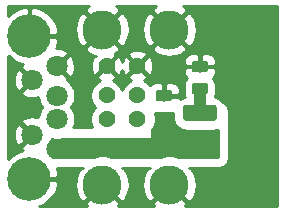
<source format=gbr>
G04 #@! TF.GenerationSoftware,KiCad,Pcbnew,(5.0.2)-1*
G04 #@! TF.CreationDate,2019-08-18T16:28:34-04:00*
G04 #@! TF.ProjectId,stacked_model3_usb,73746163-6b65-4645-9f6d-6f64656c335f,rev?*
G04 #@! TF.SameCoordinates,Original*
G04 #@! TF.FileFunction,Copper,L2,Bot*
G04 #@! TF.FilePolarity,Positive*
%FSLAX46Y46*%
G04 Gerber Fmt 4.6, Leading zero omitted, Abs format (unit mm)*
G04 Created by KiCad (PCBNEW (5.0.2)-1) date 2019-08-18 4:28:34 PM*
%MOMM*%
%LPD*%
G01*
G04 APERTURE LIST*
G04 #@! TA.AperFunction,Conductor*
%ADD10C,0.100000*%
G04 #@! TD*
G04 #@! TA.AperFunction,SMDPad,CuDef*
%ADD11C,0.975000*%
G04 #@! TD*
G04 #@! TA.AperFunction,SMDPad,CuDef*
%ADD12C,1.250000*%
G04 #@! TD*
G04 #@! TA.AperFunction,SMDPad,CuDef*
%ADD13C,1.350000*%
G04 #@! TD*
G04 #@! TA.AperFunction,ComponentPad*
%ADD14O,3.700000X3.700000*%
G04 #@! TD*
G04 #@! TA.AperFunction,ComponentPad*
%ADD15C,1.800000*%
G04 #@! TD*
G04 #@! TA.AperFunction,ComponentPad*
%ADD16C,3.316000*%
G04 #@! TD*
G04 #@! TA.AperFunction,ComponentPad*
%ADD17R,1.428000X1.428000*%
G04 #@! TD*
G04 #@! TA.AperFunction,ComponentPad*
%ADD18C,1.428000*%
G04 #@! TD*
G04 #@! TA.AperFunction,ViaPad*
%ADD19C,1.400000*%
G04 #@! TD*
G04 #@! TA.AperFunction,Conductor*
%ADD20C,1.000000*%
G04 #@! TD*
G04 #@! TA.AperFunction,Conductor*
%ADD21C,0.254000*%
G04 #@! TD*
G04 APERTURE END LIST*
D10*
G04 #@! TO.N,+5V*
G04 #@! TO.C,C1*
G36*
X133576142Y-83684674D02*
X133599803Y-83688184D01*
X133623007Y-83693996D01*
X133645529Y-83702054D01*
X133667153Y-83712282D01*
X133687670Y-83724579D01*
X133706883Y-83738829D01*
X133724607Y-83754893D01*
X133740671Y-83772617D01*
X133754921Y-83791830D01*
X133767218Y-83812347D01*
X133777446Y-83833971D01*
X133785504Y-83856493D01*
X133791316Y-83879697D01*
X133794826Y-83903358D01*
X133796000Y-83927250D01*
X133796000Y-84414750D01*
X133794826Y-84438642D01*
X133791316Y-84462303D01*
X133785504Y-84485507D01*
X133777446Y-84508029D01*
X133767218Y-84529653D01*
X133754921Y-84550170D01*
X133740671Y-84569383D01*
X133724607Y-84587107D01*
X133706883Y-84603171D01*
X133687670Y-84617421D01*
X133667153Y-84629718D01*
X133645529Y-84639946D01*
X133623007Y-84648004D01*
X133599803Y-84653816D01*
X133576142Y-84657326D01*
X133552250Y-84658500D01*
X132639750Y-84658500D01*
X132615858Y-84657326D01*
X132592197Y-84653816D01*
X132568993Y-84648004D01*
X132546471Y-84639946D01*
X132524847Y-84629718D01*
X132504330Y-84617421D01*
X132485117Y-84603171D01*
X132467393Y-84587107D01*
X132451329Y-84569383D01*
X132437079Y-84550170D01*
X132424782Y-84529653D01*
X132414554Y-84508029D01*
X132406496Y-84485507D01*
X132400684Y-84462303D01*
X132397174Y-84438642D01*
X132396000Y-84414750D01*
X132396000Y-83927250D01*
X132397174Y-83903358D01*
X132400684Y-83879697D01*
X132406496Y-83856493D01*
X132414554Y-83833971D01*
X132424782Y-83812347D01*
X132437079Y-83791830D01*
X132451329Y-83772617D01*
X132467393Y-83754893D01*
X132485117Y-83738829D01*
X132504330Y-83724579D01*
X132524847Y-83712282D01*
X132546471Y-83702054D01*
X132568993Y-83693996D01*
X132592197Y-83688184D01*
X132615858Y-83684674D01*
X132639750Y-83683500D01*
X133552250Y-83683500D01*
X133576142Y-83684674D01*
X133576142Y-83684674D01*
G37*
D11*
G04 #@! TD*
G04 #@! TO.P,C1,1*
G04 #@! TO.N,+5V*
X133096000Y-84171000D03*
D10*
G04 #@! TO.N,GND*
G04 #@! TO.C,C1*
G36*
X133576142Y-81809674D02*
X133599803Y-81813184D01*
X133623007Y-81818996D01*
X133645529Y-81827054D01*
X133667153Y-81837282D01*
X133687670Y-81849579D01*
X133706883Y-81863829D01*
X133724607Y-81879893D01*
X133740671Y-81897617D01*
X133754921Y-81916830D01*
X133767218Y-81937347D01*
X133777446Y-81958971D01*
X133785504Y-81981493D01*
X133791316Y-82004697D01*
X133794826Y-82028358D01*
X133796000Y-82052250D01*
X133796000Y-82539750D01*
X133794826Y-82563642D01*
X133791316Y-82587303D01*
X133785504Y-82610507D01*
X133777446Y-82633029D01*
X133767218Y-82654653D01*
X133754921Y-82675170D01*
X133740671Y-82694383D01*
X133724607Y-82712107D01*
X133706883Y-82728171D01*
X133687670Y-82742421D01*
X133667153Y-82754718D01*
X133645529Y-82764946D01*
X133623007Y-82773004D01*
X133599803Y-82778816D01*
X133576142Y-82782326D01*
X133552250Y-82783500D01*
X132639750Y-82783500D01*
X132615858Y-82782326D01*
X132592197Y-82778816D01*
X132568993Y-82773004D01*
X132546471Y-82764946D01*
X132524847Y-82754718D01*
X132504330Y-82742421D01*
X132485117Y-82728171D01*
X132467393Y-82712107D01*
X132451329Y-82694383D01*
X132437079Y-82675170D01*
X132424782Y-82654653D01*
X132414554Y-82633029D01*
X132406496Y-82610507D01*
X132400684Y-82587303D01*
X132397174Y-82563642D01*
X132396000Y-82539750D01*
X132396000Y-82052250D01*
X132397174Y-82028358D01*
X132400684Y-82004697D01*
X132406496Y-81981493D01*
X132414554Y-81958971D01*
X132424782Y-81937347D01*
X132437079Y-81916830D01*
X132451329Y-81897617D01*
X132467393Y-81879893D01*
X132485117Y-81863829D01*
X132504330Y-81849579D01*
X132524847Y-81837282D01*
X132546471Y-81827054D01*
X132568993Y-81818996D01*
X132592197Y-81813184D01*
X132615858Y-81809674D01*
X132639750Y-81808500D01*
X133552250Y-81808500D01*
X133576142Y-81809674D01*
X133576142Y-81809674D01*
G37*
D11*
G04 #@! TD*
G04 #@! TO.P,C1,2*
G04 #@! TO.N,GND*
X133096000Y-82296000D03*
D10*
G04 #@! TO.N,+5V*
G04 #@! TO.C,C2*
G36*
X137243504Y-85917704D02*
X137267773Y-85921304D01*
X137291571Y-85927265D01*
X137314671Y-85935530D01*
X137336849Y-85946020D01*
X137357893Y-85958633D01*
X137377598Y-85973247D01*
X137395777Y-85989723D01*
X137412253Y-86007902D01*
X137426867Y-86027607D01*
X137439480Y-86048651D01*
X137449970Y-86070829D01*
X137458235Y-86093929D01*
X137464196Y-86117727D01*
X137467796Y-86141996D01*
X137469000Y-86166500D01*
X137469000Y-86916500D01*
X137467796Y-86941004D01*
X137464196Y-86965273D01*
X137458235Y-86989071D01*
X137449970Y-87012171D01*
X137439480Y-87034349D01*
X137426867Y-87055393D01*
X137412253Y-87075098D01*
X137395777Y-87093277D01*
X137377598Y-87109753D01*
X137357893Y-87124367D01*
X137336849Y-87136980D01*
X137314671Y-87147470D01*
X137291571Y-87155735D01*
X137267773Y-87161696D01*
X137243504Y-87165296D01*
X137219000Y-87166500D01*
X135069000Y-87166500D01*
X135044496Y-87165296D01*
X135020227Y-87161696D01*
X134996429Y-87155735D01*
X134973329Y-87147470D01*
X134951151Y-87136980D01*
X134930107Y-87124367D01*
X134910402Y-87109753D01*
X134892223Y-87093277D01*
X134875747Y-87075098D01*
X134861133Y-87055393D01*
X134848520Y-87034349D01*
X134838030Y-87012171D01*
X134829765Y-86989071D01*
X134823804Y-86965273D01*
X134820204Y-86941004D01*
X134819000Y-86916500D01*
X134819000Y-86166500D01*
X134820204Y-86141996D01*
X134823804Y-86117727D01*
X134829765Y-86093929D01*
X134838030Y-86070829D01*
X134848520Y-86048651D01*
X134861133Y-86027607D01*
X134875747Y-86007902D01*
X134892223Y-85989723D01*
X134910402Y-85973247D01*
X134930107Y-85958633D01*
X134951151Y-85946020D01*
X134973329Y-85935530D01*
X134996429Y-85927265D01*
X135020227Y-85921304D01*
X135044496Y-85917704D01*
X135069000Y-85916500D01*
X137219000Y-85916500D01*
X137243504Y-85917704D01*
X137243504Y-85917704D01*
G37*
D12*
G04 #@! TD*
G04 #@! TO.P,C2,1*
G04 #@! TO.N,+5V*
X136144000Y-86541500D03*
D10*
G04 #@! TO.N,Net-(C2-Pad2)*
G04 #@! TO.C,C2*
G36*
X137325465Y-83067800D02*
X137351674Y-83071688D01*
X137377377Y-83078126D01*
X137402325Y-83087053D01*
X137426277Y-83098381D01*
X137449004Y-83112003D01*
X137470286Y-83127787D01*
X137489919Y-83145581D01*
X137507713Y-83165214D01*
X137523497Y-83186496D01*
X137537119Y-83209223D01*
X137548447Y-83233175D01*
X137557374Y-83258123D01*
X137563812Y-83283826D01*
X137567700Y-83310035D01*
X137569000Y-83336500D01*
X137569000Y-84146500D01*
X137567700Y-84172965D01*
X137563812Y-84199174D01*
X137557374Y-84224877D01*
X137548447Y-84249825D01*
X137537119Y-84273777D01*
X137523497Y-84296504D01*
X137507713Y-84317786D01*
X137489919Y-84337419D01*
X137470286Y-84355213D01*
X137449004Y-84370997D01*
X137426277Y-84384619D01*
X137402325Y-84395947D01*
X137377377Y-84404874D01*
X137351674Y-84411312D01*
X137325465Y-84415200D01*
X137299000Y-84416500D01*
X134989000Y-84416500D01*
X134962535Y-84415200D01*
X134936326Y-84411312D01*
X134910623Y-84404874D01*
X134885675Y-84395947D01*
X134861723Y-84384619D01*
X134838996Y-84370997D01*
X134817714Y-84355213D01*
X134798081Y-84337419D01*
X134780287Y-84317786D01*
X134764503Y-84296504D01*
X134750881Y-84273777D01*
X134739553Y-84249825D01*
X134730626Y-84224877D01*
X134724188Y-84199174D01*
X134720300Y-84172965D01*
X134719000Y-84146500D01*
X134719000Y-83336500D01*
X134720300Y-83310035D01*
X134724188Y-83283826D01*
X134730626Y-83258123D01*
X134739553Y-83233175D01*
X134750881Y-83209223D01*
X134764503Y-83186496D01*
X134780287Y-83165214D01*
X134798081Y-83145581D01*
X134817714Y-83127787D01*
X134838996Y-83112003D01*
X134861723Y-83098381D01*
X134885675Y-83087053D01*
X134910623Y-83078126D01*
X134936326Y-83071688D01*
X134962535Y-83067800D01*
X134989000Y-83066500D01*
X137299000Y-83066500D01*
X137325465Y-83067800D01*
X137325465Y-83067800D01*
G37*
D13*
G04 #@! TD*
G04 #@! TO.P,C2,2*
G04 #@! TO.N,Net-(C2-Pad2)*
X136144000Y-83741500D03*
D14*
G04 #@! TO.P,J1,SH*
G04 #@! TO.N,GND*
X121720000Y-77235001D03*
X121720000Y-89335001D03*
D15*
X121920000Y-80985001D03*
X121920000Y-85585001D03*
G04 #@! TO.P,J1,4*
X124020000Y-79785001D03*
G04 #@! TO.P,J1,3*
G04 #@! TO.N,Net-(J1-Pad3)*
X124020000Y-82285001D03*
G04 #@! TO.P,J1,2*
G04 #@! TO.N,Net-(J1-Pad2)*
X124020000Y-84285001D03*
G04 #@! TO.P,J1,1*
G04 #@! TO.N,+5V*
X124020000Y-86785001D03*
G04 #@! TD*
D16*
G04 #@! TO.P,J2,S1*
G04 #@! TO.N,GND*
X133574600Y-89840600D03*
G04 #@! TO.P,J2,S2*
X133574600Y-76700600D03*
D17*
G04 #@! TO.P,J2,1B*
G04 #@! TO.N,+5V*
X128244600Y-86770600D03*
D18*
G04 #@! TO.P,J2,2B*
G04 #@! TO.N,Net-(J1-Pad2)*
X128244600Y-84270600D03*
G04 #@! TO.P,J2,3B*
G04 #@! TO.N,Net-(J1-Pad3)*
X128244600Y-82270600D03*
G04 #@! TO.P,J2,4B*
G04 #@! TO.N,GND*
X128244600Y-79770600D03*
D17*
G04 #@! TO.P,J2,1A*
G04 #@! TO.N,+5V*
X130864600Y-86770600D03*
D18*
G04 #@! TO.P,J2,2A*
G04 #@! TO.N,Net-(J2-Pad2A)*
X130864600Y-84270600D03*
G04 #@! TO.P,J2,3A*
X130864600Y-82270600D03*
G04 #@! TO.P,J2,4A*
G04 #@! TO.N,GND*
X130864600Y-79770600D03*
D16*
G04 #@! TO.P,J2,S3*
X127894600Y-76700600D03*
G04 #@! TO.P,J2,S4*
X127894600Y-89840600D03*
G04 #@! TD*
D10*
G04 #@! TO.N,Net-(C2-Pad2)*
G04 #@! TO.C,R1*
G36*
X136624142Y-81223174D02*
X136647803Y-81226684D01*
X136671007Y-81232496D01*
X136693529Y-81240554D01*
X136715153Y-81250782D01*
X136735670Y-81263079D01*
X136754883Y-81277329D01*
X136772607Y-81293393D01*
X136788671Y-81311117D01*
X136802921Y-81330330D01*
X136815218Y-81350847D01*
X136825446Y-81372471D01*
X136833504Y-81394993D01*
X136839316Y-81418197D01*
X136842826Y-81441858D01*
X136844000Y-81465750D01*
X136844000Y-81953250D01*
X136842826Y-81977142D01*
X136839316Y-82000803D01*
X136833504Y-82024007D01*
X136825446Y-82046529D01*
X136815218Y-82068153D01*
X136802921Y-82088670D01*
X136788671Y-82107883D01*
X136772607Y-82125607D01*
X136754883Y-82141671D01*
X136735670Y-82155921D01*
X136715153Y-82168218D01*
X136693529Y-82178446D01*
X136671007Y-82186504D01*
X136647803Y-82192316D01*
X136624142Y-82195826D01*
X136600250Y-82197000D01*
X135687750Y-82197000D01*
X135663858Y-82195826D01*
X135640197Y-82192316D01*
X135616993Y-82186504D01*
X135594471Y-82178446D01*
X135572847Y-82168218D01*
X135552330Y-82155921D01*
X135533117Y-82141671D01*
X135515393Y-82125607D01*
X135499329Y-82107883D01*
X135485079Y-82088670D01*
X135472782Y-82068153D01*
X135462554Y-82046529D01*
X135454496Y-82024007D01*
X135448684Y-82000803D01*
X135445174Y-81977142D01*
X135444000Y-81953250D01*
X135444000Y-81465750D01*
X135445174Y-81441858D01*
X135448684Y-81418197D01*
X135454496Y-81394993D01*
X135462554Y-81372471D01*
X135472782Y-81350847D01*
X135485079Y-81330330D01*
X135499329Y-81311117D01*
X135515393Y-81293393D01*
X135533117Y-81277329D01*
X135552330Y-81263079D01*
X135572847Y-81250782D01*
X135594471Y-81240554D01*
X135616993Y-81232496D01*
X135640197Y-81226684D01*
X135663858Y-81223174D01*
X135687750Y-81222000D01*
X136600250Y-81222000D01*
X136624142Y-81223174D01*
X136624142Y-81223174D01*
G37*
D11*
G04 #@! TD*
G04 #@! TO.P,R1,1*
G04 #@! TO.N,Net-(C2-Pad2)*
X136144000Y-81709500D03*
D10*
G04 #@! TO.N,GND*
G04 #@! TO.C,R1*
G36*
X136624142Y-79348174D02*
X136647803Y-79351684D01*
X136671007Y-79357496D01*
X136693529Y-79365554D01*
X136715153Y-79375782D01*
X136735670Y-79388079D01*
X136754883Y-79402329D01*
X136772607Y-79418393D01*
X136788671Y-79436117D01*
X136802921Y-79455330D01*
X136815218Y-79475847D01*
X136825446Y-79497471D01*
X136833504Y-79519993D01*
X136839316Y-79543197D01*
X136842826Y-79566858D01*
X136844000Y-79590750D01*
X136844000Y-80078250D01*
X136842826Y-80102142D01*
X136839316Y-80125803D01*
X136833504Y-80149007D01*
X136825446Y-80171529D01*
X136815218Y-80193153D01*
X136802921Y-80213670D01*
X136788671Y-80232883D01*
X136772607Y-80250607D01*
X136754883Y-80266671D01*
X136735670Y-80280921D01*
X136715153Y-80293218D01*
X136693529Y-80303446D01*
X136671007Y-80311504D01*
X136647803Y-80317316D01*
X136624142Y-80320826D01*
X136600250Y-80322000D01*
X135687750Y-80322000D01*
X135663858Y-80320826D01*
X135640197Y-80317316D01*
X135616993Y-80311504D01*
X135594471Y-80303446D01*
X135572847Y-80293218D01*
X135552330Y-80280921D01*
X135533117Y-80266671D01*
X135515393Y-80250607D01*
X135499329Y-80232883D01*
X135485079Y-80213670D01*
X135472782Y-80193153D01*
X135462554Y-80171529D01*
X135454496Y-80149007D01*
X135448684Y-80125803D01*
X135445174Y-80102142D01*
X135444000Y-80078250D01*
X135444000Y-79590750D01*
X135445174Y-79566858D01*
X135448684Y-79543197D01*
X135454496Y-79519993D01*
X135462554Y-79497471D01*
X135472782Y-79475847D01*
X135485079Y-79455330D01*
X135499329Y-79436117D01*
X135515393Y-79418393D01*
X135533117Y-79402329D01*
X135552330Y-79388079D01*
X135572847Y-79375782D01*
X135594471Y-79365554D01*
X135616993Y-79357496D01*
X135640197Y-79351684D01*
X135663858Y-79348174D01*
X135687750Y-79347000D01*
X136600250Y-79347000D01*
X136624142Y-79348174D01*
X136624142Y-79348174D01*
G37*
D11*
G04 #@! TD*
G04 #@! TO.P,R1,2*
G04 #@! TO.N,GND*
X136144000Y-79834500D03*
D19*
G04 #@! TO.N,GND*
X133200000Y-79800000D03*
G04 #@! TD*
D20*
G04 #@! TO.N,Net-(C2-Pad2)*
X136144000Y-83741500D02*
X136144000Y-81709500D01*
G04 #@! TD*
D21*
G04 #@! TO.N,GND*
G36*
X126629075Y-74775165D02*
X126600025Y-74794576D01*
X126430109Y-75132871D01*
X127894600Y-76597362D01*
X129359091Y-75132871D01*
X129189175Y-74794576D01*
X129065023Y-74727000D01*
X132400853Y-74727000D01*
X132309075Y-74775165D01*
X132280025Y-74794576D01*
X132110109Y-75132871D01*
X133574600Y-76597362D01*
X135039091Y-75132871D01*
X134869175Y-74794576D01*
X134745023Y-74727000D01*
X142673000Y-74727000D01*
X142673000Y-91673000D01*
X134906154Y-91673000D01*
X135039091Y-91408329D01*
X133574600Y-89943838D01*
X132110109Y-91408329D01*
X132243046Y-91673000D01*
X129226154Y-91673000D01*
X129359091Y-91408329D01*
X127894600Y-89943838D01*
X126430109Y-91408329D01*
X126563046Y-91673000D01*
X122529153Y-91673000D01*
X122693626Y-91621326D01*
X123120958Y-91387450D01*
X123494452Y-91074699D01*
X123799755Y-90695093D01*
X124025134Y-90263219D01*
X124161928Y-89795674D01*
X124045179Y-89408001D01*
X121793000Y-89408001D01*
X121793000Y-89428001D01*
X121647000Y-89428001D01*
X121647000Y-89408001D01*
X121627000Y-89408001D01*
X121627000Y-89262001D01*
X121647000Y-89262001D01*
X121647000Y-89242001D01*
X121793000Y-89242001D01*
X121793000Y-89262001D01*
X124045179Y-89262001D01*
X124161928Y-88874328D01*
X124031049Y-88427000D01*
X126225549Y-88427000D01*
X125988576Y-88546025D01*
X125772640Y-88942747D01*
X125638251Y-89373972D01*
X125590572Y-89823130D01*
X125631435Y-90272960D01*
X125759270Y-90706174D01*
X125969165Y-91106125D01*
X125988576Y-91135175D01*
X126326871Y-91305091D01*
X127791362Y-89840600D01*
X127777220Y-89826458D01*
X127880458Y-89723220D01*
X127894600Y-89737362D01*
X127908742Y-89723220D01*
X128011980Y-89826458D01*
X127997838Y-89840600D01*
X129462329Y-91305091D01*
X129800624Y-91135175D01*
X130016560Y-90738453D01*
X130150949Y-90307228D01*
X130198628Y-89858070D01*
X130157765Y-89408240D01*
X130029930Y-88975026D01*
X129820035Y-88575075D01*
X129800624Y-88546025D01*
X129563651Y-88427000D01*
X131905549Y-88427000D01*
X131668576Y-88546025D01*
X131452640Y-88942747D01*
X131318251Y-89373972D01*
X131270572Y-89823130D01*
X131311435Y-90272960D01*
X131439270Y-90706174D01*
X131649165Y-91106125D01*
X131668576Y-91135175D01*
X132006871Y-91305091D01*
X133471362Y-89840600D01*
X133457220Y-89826458D01*
X133560458Y-89723220D01*
X133574600Y-89737362D01*
X133588742Y-89723220D01*
X133691980Y-89826458D01*
X133677838Y-89840600D01*
X135142329Y-91305091D01*
X135480624Y-91135175D01*
X135696560Y-90738453D01*
X135830949Y-90307228D01*
X135878628Y-89858070D01*
X135837765Y-89408240D01*
X135709930Y-88975026D01*
X135500035Y-88575075D01*
X135480624Y-88546025D01*
X135243651Y-88427000D01*
X137800000Y-88427000D01*
X138116479Y-88364048D01*
X138384777Y-88184777D01*
X138564048Y-87916479D01*
X138627000Y-87600000D01*
X138627000Y-83600000D01*
X138564048Y-83283521D01*
X138384777Y-83015223D01*
X138116479Y-82835952D01*
X138102257Y-82833123D01*
X138089125Y-82808555D01*
X137970946Y-82664554D01*
X137826945Y-82546375D01*
X137662654Y-82458560D01*
X137484389Y-82404484D01*
X137405889Y-82396753D01*
X137453938Y-82306859D01*
X137506520Y-82133518D01*
X137524275Y-81953250D01*
X137524275Y-81465750D01*
X137506520Y-81285482D01*
X137453938Y-81112141D01*
X137368549Y-80952389D01*
X137253634Y-80812366D01*
X137252550Y-80811476D01*
X137337237Y-80726789D01*
X137406730Y-80622785D01*
X137454597Y-80507223D01*
X137479000Y-80384542D01*
X137479000Y-80066250D01*
X137320250Y-79907500D01*
X136217000Y-79907500D01*
X136217000Y-79927500D01*
X136071000Y-79927500D01*
X136071000Y-79907500D01*
X134967750Y-79907500D01*
X134809000Y-80066250D01*
X134809000Y-80384542D01*
X134833403Y-80507223D01*
X134881270Y-80622785D01*
X134950763Y-80726789D01*
X135035450Y-80811476D01*
X135034366Y-80812366D01*
X134919451Y-80952389D01*
X134834062Y-81112141D01*
X134781480Y-81285482D01*
X134763725Y-81465750D01*
X134763725Y-81953250D01*
X134781480Y-82133518D01*
X134834062Y-82306859D01*
X134882111Y-82396753D01*
X134803611Y-82404484D01*
X134625346Y-82458560D01*
X134461055Y-82546375D01*
X134431000Y-82571041D01*
X134431000Y-82527750D01*
X134272250Y-82369000D01*
X133169000Y-82369000D01*
X133169000Y-82389000D01*
X133023000Y-82389000D01*
X133023000Y-82369000D01*
X133003000Y-82369000D01*
X133003000Y-82223000D01*
X133023000Y-82223000D01*
X133023000Y-81332250D01*
X133169000Y-81332250D01*
X133169000Y-82223000D01*
X134272250Y-82223000D01*
X134431000Y-82064250D01*
X134431000Y-81745958D01*
X134406597Y-81623277D01*
X134358730Y-81507715D01*
X134289237Y-81403711D01*
X134200789Y-81315263D01*
X134096785Y-81245770D01*
X133981223Y-81197903D01*
X133858542Y-81173500D01*
X133327750Y-81173500D01*
X133169000Y-81332250D01*
X133023000Y-81332250D01*
X132864250Y-81173500D01*
X132333458Y-81173500D01*
X132210777Y-81197903D01*
X132095215Y-81245770D01*
X131991211Y-81315263D01*
X131933823Y-81372652D01*
X131751311Y-81190140D01*
X131523485Y-81037912D01*
X131430897Y-80999561D01*
X131601144Y-80908562D01*
X131657655Y-80666892D01*
X130864600Y-79873838D01*
X130071545Y-80666892D01*
X130128056Y-80908562D01*
X130301715Y-80998148D01*
X130205715Y-81037912D01*
X129977889Y-81190140D01*
X129784140Y-81383889D01*
X129631912Y-81611715D01*
X129554600Y-81798363D01*
X129477288Y-81611715D01*
X129325060Y-81383889D01*
X129131311Y-81190140D01*
X128903485Y-81037912D01*
X128810897Y-80999561D01*
X128981144Y-80908562D01*
X129037655Y-80666892D01*
X128244600Y-79873838D01*
X127451545Y-80666892D01*
X127508056Y-80908562D01*
X127681715Y-80998148D01*
X127585715Y-81037912D01*
X127357889Y-81190140D01*
X127164140Y-81383889D01*
X127011912Y-81611715D01*
X126907056Y-81864860D01*
X126853600Y-82133599D01*
X126853600Y-82407601D01*
X126907056Y-82676340D01*
X127011912Y-82929485D01*
X127164140Y-83157311D01*
X127277429Y-83270600D01*
X127164140Y-83383889D01*
X127011912Y-83611715D01*
X126907056Y-83864860D01*
X126853600Y-84133599D01*
X126853600Y-84407601D01*
X126907056Y-84676340D01*
X127011912Y-84929485D01*
X127040988Y-84973000D01*
X125441953Y-84973000D01*
X125536396Y-84744995D01*
X125597000Y-84440322D01*
X125597000Y-84129680D01*
X125536396Y-83825007D01*
X125417519Y-83538012D01*
X125248463Y-83285001D01*
X125417519Y-83031990D01*
X125536396Y-82744995D01*
X125597000Y-82440322D01*
X125597000Y-82129680D01*
X125536396Y-81825007D01*
X125417519Y-81538012D01*
X125244936Y-81279722D01*
X125025279Y-81060065D01*
X124896837Y-80974243D01*
X124945426Y-80813665D01*
X124020000Y-79888239D01*
X124005858Y-79902381D01*
X123902620Y-79799143D01*
X123916762Y-79785001D01*
X124123238Y-79785001D01*
X125048664Y-80710427D01*
X125309360Y-80631543D01*
X125449738Y-80363735D01*
X125535171Y-80073686D01*
X125562377Y-79772544D01*
X125530311Y-79471880D01*
X125440203Y-79183250D01*
X125309360Y-78938459D01*
X125048664Y-78859575D01*
X124123238Y-79785001D01*
X123916762Y-79785001D01*
X123902620Y-79770859D01*
X124005858Y-79667621D01*
X124020000Y-79681763D01*
X124945426Y-78756337D01*
X124866542Y-78495641D01*
X124598734Y-78355263D01*
X124308685Y-78269830D01*
X124292071Y-78268329D01*
X126430109Y-78268329D01*
X126600025Y-78606624D01*
X126996747Y-78822560D01*
X127282316Y-78911556D01*
X127348306Y-78977546D01*
X127106638Y-79034056D01*
X126984811Y-79270214D01*
X126911397Y-79525602D01*
X126889217Y-79790404D01*
X126919124Y-80054445D01*
X126999968Y-80307579D01*
X127106638Y-80507144D01*
X127348308Y-80563655D01*
X128141362Y-79770600D01*
X128347838Y-79770600D01*
X129140892Y-80563655D01*
X129382562Y-80507144D01*
X129504389Y-80270986D01*
X129553603Y-80099782D01*
X129619968Y-80307579D01*
X129726638Y-80507144D01*
X129968308Y-80563655D01*
X130761362Y-79770600D01*
X130967838Y-79770600D01*
X131760892Y-80563655D01*
X132002562Y-80507144D01*
X132124389Y-80270986D01*
X132197803Y-80015598D01*
X132219983Y-79750796D01*
X132190076Y-79486755D01*
X132125468Y-79284458D01*
X134809000Y-79284458D01*
X134809000Y-79602750D01*
X134967750Y-79761500D01*
X136071000Y-79761500D01*
X136071000Y-78870750D01*
X136217000Y-78870750D01*
X136217000Y-79761500D01*
X137320250Y-79761500D01*
X137479000Y-79602750D01*
X137479000Y-79284458D01*
X137454597Y-79161777D01*
X137406730Y-79046215D01*
X137337237Y-78942211D01*
X137248789Y-78853763D01*
X137144785Y-78784270D01*
X137029223Y-78736403D01*
X136906542Y-78712000D01*
X136375750Y-78712000D01*
X136217000Y-78870750D01*
X136071000Y-78870750D01*
X135912250Y-78712000D01*
X135381458Y-78712000D01*
X135258777Y-78736403D01*
X135143215Y-78784270D01*
X135039211Y-78853763D01*
X134950763Y-78942211D01*
X134881270Y-79046215D01*
X134833403Y-79161777D01*
X134809000Y-79284458D01*
X132125468Y-79284458D01*
X132109232Y-79233621D01*
X132002562Y-79034056D01*
X131760892Y-78977545D01*
X130967838Y-79770600D01*
X130761362Y-79770600D01*
X129968308Y-78977545D01*
X129726638Y-79034056D01*
X129604811Y-79270214D01*
X129555597Y-79441418D01*
X129489232Y-79233621D01*
X129382562Y-79034056D01*
X129140892Y-78977545D01*
X128347838Y-79770600D01*
X128141362Y-79770600D01*
X128127220Y-79756458D01*
X128230458Y-79653220D01*
X128244600Y-79667362D01*
X129037655Y-78874308D01*
X130071545Y-78874308D01*
X130864600Y-79667362D01*
X131657655Y-78874308D01*
X131601144Y-78632638D01*
X131364986Y-78510811D01*
X131109598Y-78437397D01*
X130844796Y-78415217D01*
X130580755Y-78445124D01*
X130327621Y-78525968D01*
X130128056Y-78632638D01*
X130071545Y-78874308D01*
X129037655Y-78874308D01*
X128999332Y-78710419D01*
X129160125Y-78626035D01*
X129189175Y-78606624D01*
X129359091Y-78268329D01*
X132110109Y-78268329D01*
X132280025Y-78606624D01*
X132676747Y-78822560D01*
X133107972Y-78956949D01*
X133557130Y-79004628D01*
X134006960Y-78963765D01*
X134440174Y-78835930D01*
X134840125Y-78626035D01*
X134869175Y-78606624D01*
X135039091Y-78268329D01*
X133574600Y-76803838D01*
X132110109Y-78268329D01*
X129359091Y-78268329D01*
X127894600Y-76803838D01*
X126430109Y-78268329D01*
X124292071Y-78268329D01*
X124007543Y-78242624D01*
X123982290Y-78245317D01*
X124025134Y-78163219D01*
X124161928Y-77695674D01*
X124045179Y-77308001D01*
X121793000Y-77308001D01*
X121793000Y-77328001D01*
X121647000Y-77328001D01*
X121647000Y-77308001D01*
X121627000Y-77308001D01*
X121627000Y-77162001D01*
X121647000Y-77162001D01*
X121647000Y-74909897D01*
X121793000Y-74909897D01*
X121793000Y-77162001D01*
X124045179Y-77162001D01*
X124161928Y-76774328D01*
X124135246Y-76683130D01*
X125590572Y-76683130D01*
X125631435Y-77132960D01*
X125759270Y-77566174D01*
X125969165Y-77966125D01*
X125988576Y-77995175D01*
X126326871Y-78165091D01*
X127791362Y-76700600D01*
X127997838Y-76700600D01*
X129462329Y-78165091D01*
X129800624Y-77995175D01*
X130016560Y-77598453D01*
X130150949Y-77167228D01*
X130198628Y-76718070D01*
X130195455Y-76683130D01*
X131270572Y-76683130D01*
X131311435Y-77132960D01*
X131439270Y-77566174D01*
X131649165Y-77966125D01*
X131668576Y-77995175D01*
X132006871Y-78165091D01*
X133471362Y-76700600D01*
X133677838Y-76700600D01*
X135142329Y-78165091D01*
X135480624Y-77995175D01*
X135696560Y-77598453D01*
X135830949Y-77167228D01*
X135878628Y-76718070D01*
X135837765Y-76268240D01*
X135709930Y-75835026D01*
X135500035Y-75435075D01*
X135480624Y-75406025D01*
X135142329Y-75236109D01*
X133677838Y-76700600D01*
X133471362Y-76700600D01*
X132006871Y-75236109D01*
X131668576Y-75406025D01*
X131452640Y-75802747D01*
X131318251Y-76233972D01*
X131270572Y-76683130D01*
X130195455Y-76683130D01*
X130157765Y-76268240D01*
X130029930Y-75835026D01*
X129820035Y-75435075D01*
X129800624Y-75406025D01*
X129462329Y-75236109D01*
X127997838Y-76700600D01*
X127791362Y-76700600D01*
X126326871Y-75236109D01*
X125988576Y-75406025D01*
X125772640Y-75802747D01*
X125638251Y-76233972D01*
X125590572Y-76683130D01*
X124135246Y-76683130D01*
X124025134Y-76306783D01*
X123799755Y-75874909D01*
X123494452Y-75495303D01*
X123120958Y-75182552D01*
X122693626Y-74948676D01*
X122228878Y-74802662D01*
X122180673Y-74793074D01*
X121793000Y-74909897D01*
X121647000Y-74909897D01*
X121259327Y-74793074D01*
X121211122Y-74802662D01*
X120746374Y-74948676D01*
X120319042Y-75182552D01*
X119945548Y-75495303D01*
X119927000Y-75518365D01*
X119927000Y-74727000D01*
X126720853Y-74727000D01*
X126629075Y-74775165D01*
X126629075Y-74775165D01*
G37*
X126629075Y-74775165D02*
X126600025Y-74794576D01*
X126430109Y-75132871D01*
X127894600Y-76597362D01*
X129359091Y-75132871D01*
X129189175Y-74794576D01*
X129065023Y-74727000D01*
X132400853Y-74727000D01*
X132309075Y-74775165D01*
X132280025Y-74794576D01*
X132110109Y-75132871D01*
X133574600Y-76597362D01*
X135039091Y-75132871D01*
X134869175Y-74794576D01*
X134745023Y-74727000D01*
X142673000Y-74727000D01*
X142673000Y-91673000D01*
X134906154Y-91673000D01*
X135039091Y-91408329D01*
X133574600Y-89943838D01*
X132110109Y-91408329D01*
X132243046Y-91673000D01*
X129226154Y-91673000D01*
X129359091Y-91408329D01*
X127894600Y-89943838D01*
X126430109Y-91408329D01*
X126563046Y-91673000D01*
X122529153Y-91673000D01*
X122693626Y-91621326D01*
X123120958Y-91387450D01*
X123494452Y-91074699D01*
X123799755Y-90695093D01*
X124025134Y-90263219D01*
X124161928Y-89795674D01*
X124045179Y-89408001D01*
X121793000Y-89408001D01*
X121793000Y-89428001D01*
X121647000Y-89428001D01*
X121647000Y-89408001D01*
X121627000Y-89408001D01*
X121627000Y-89262001D01*
X121647000Y-89262001D01*
X121647000Y-89242001D01*
X121793000Y-89242001D01*
X121793000Y-89262001D01*
X124045179Y-89262001D01*
X124161928Y-88874328D01*
X124031049Y-88427000D01*
X126225549Y-88427000D01*
X125988576Y-88546025D01*
X125772640Y-88942747D01*
X125638251Y-89373972D01*
X125590572Y-89823130D01*
X125631435Y-90272960D01*
X125759270Y-90706174D01*
X125969165Y-91106125D01*
X125988576Y-91135175D01*
X126326871Y-91305091D01*
X127791362Y-89840600D01*
X127777220Y-89826458D01*
X127880458Y-89723220D01*
X127894600Y-89737362D01*
X127908742Y-89723220D01*
X128011980Y-89826458D01*
X127997838Y-89840600D01*
X129462329Y-91305091D01*
X129800624Y-91135175D01*
X130016560Y-90738453D01*
X130150949Y-90307228D01*
X130198628Y-89858070D01*
X130157765Y-89408240D01*
X130029930Y-88975026D01*
X129820035Y-88575075D01*
X129800624Y-88546025D01*
X129563651Y-88427000D01*
X131905549Y-88427000D01*
X131668576Y-88546025D01*
X131452640Y-88942747D01*
X131318251Y-89373972D01*
X131270572Y-89823130D01*
X131311435Y-90272960D01*
X131439270Y-90706174D01*
X131649165Y-91106125D01*
X131668576Y-91135175D01*
X132006871Y-91305091D01*
X133471362Y-89840600D01*
X133457220Y-89826458D01*
X133560458Y-89723220D01*
X133574600Y-89737362D01*
X133588742Y-89723220D01*
X133691980Y-89826458D01*
X133677838Y-89840600D01*
X135142329Y-91305091D01*
X135480624Y-91135175D01*
X135696560Y-90738453D01*
X135830949Y-90307228D01*
X135878628Y-89858070D01*
X135837765Y-89408240D01*
X135709930Y-88975026D01*
X135500035Y-88575075D01*
X135480624Y-88546025D01*
X135243651Y-88427000D01*
X137800000Y-88427000D01*
X138116479Y-88364048D01*
X138384777Y-88184777D01*
X138564048Y-87916479D01*
X138627000Y-87600000D01*
X138627000Y-83600000D01*
X138564048Y-83283521D01*
X138384777Y-83015223D01*
X138116479Y-82835952D01*
X138102257Y-82833123D01*
X138089125Y-82808555D01*
X137970946Y-82664554D01*
X137826945Y-82546375D01*
X137662654Y-82458560D01*
X137484389Y-82404484D01*
X137405889Y-82396753D01*
X137453938Y-82306859D01*
X137506520Y-82133518D01*
X137524275Y-81953250D01*
X137524275Y-81465750D01*
X137506520Y-81285482D01*
X137453938Y-81112141D01*
X137368549Y-80952389D01*
X137253634Y-80812366D01*
X137252550Y-80811476D01*
X137337237Y-80726789D01*
X137406730Y-80622785D01*
X137454597Y-80507223D01*
X137479000Y-80384542D01*
X137479000Y-80066250D01*
X137320250Y-79907500D01*
X136217000Y-79907500D01*
X136217000Y-79927500D01*
X136071000Y-79927500D01*
X136071000Y-79907500D01*
X134967750Y-79907500D01*
X134809000Y-80066250D01*
X134809000Y-80384542D01*
X134833403Y-80507223D01*
X134881270Y-80622785D01*
X134950763Y-80726789D01*
X135035450Y-80811476D01*
X135034366Y-80812366D01*
X134919451Y-80952389D01*
X134834062Y-81112141D01*
X134781480Y-81285482D01*
X134763725Y-81465750D01*
X134763725Y-81953250D01*
X134781480Y-82133518D01*
X134834062Y-82306859D01*
X134882111Y-82396753D01*
X134803611Y-82404484D01*
X134625346Y-82458560D01*
X134461055Y-82546375D01*
X134431000Y-82571041D01*
X134431000Y-82527750D01*
X134272250Y-82369000D01*
X133169000Y-82369000D01*
X133169000Y-82389000D01*
X133023000Y-82389000D01*
X133023000Y-82369000D01*
X133003000Y-82369000D01*
X133003000Y-82223000D01*
X133023000Y-82223000D01*
X133023000Y-81332250D01*
X133169000Y-81332250D01*
X133169000Y-82223000D01*
X134272250Y-82223000D01*
X134431000Y-82064250D01*
X134431000Y-81745958D01*
X134406597Y-81623277D01*
X134358730Y-81507715D01*
X134289237Y-81403711D01*
X134200789Y-81315263D01*
X134096785Y-81245770D01*
X133981223Y-81197903D01*
X133858542Y-81173500D01*
X133327750Y-81173500D01*
X133169000Y-81332250D01*
X133023000Y-81332250D01*
X132864250Y-81173500D01*
X132333458Y-81173500D01*
X132210777Y-81197903D01*
X132095215Y-81245770D01*
X131991211Y-81315263D01*
X131933823Y-81372652D01*
X131751311Y-81190140D01*
X131523485Y-81037912D01*
X131430897Y-80999561D01*
X131601144Y-80908562D01*
X131657655Y-80666892D01*
X130864600Y-79873838D01*
X130071545Y-80666892D01*
X130128056Y-80908562D01*
X130301715Y-80998148D01*
X130205715Y-81037912D01*
X129977889Y-81190140D01*
X129784140Y-81383889D01*
X129631912Y-81611715D01*
X129554600Y-81798363D01*
X129477288Y-81611715D01*
X129325060Y-81383889D01*
X129131311Y-81190140D01*
X128903485Y-81037912D01*
X128810897Y-80999561D01*
X128981144Y-80908562D01*
X129037655Y-80666892D01*
X128244600Y-79873838D01*
X127451545Y-80666892D01*
X127508056Y-80908562D01*
X127681715Y-80998148D01*
X127585715Y-81037912D01*
X127357889Y-81190140D01*
X127164140Y-81383889D01*
X127011912Y-81611715D01*
X126907056Y-81864860D01*
X126853600Y-82133599D01*
X126853600Y-82407601D01*
X126907056Y-82676340D01*
X127011912Y-82929485D01*
X127164140Y-83157311D01*
X127277429Y-83270600D01*
X127164140Y-83383889D01*
X127011912Y-83611715D01*
X126907056Y-83864860D01*
X126853600Y-84133599D01*
X126853600Y-84407601D01*
X126907056Y-84676340D01*
X127011912Y-84929485D01*
X127040988Y-84973000D01*
X125441953Y-84973000D01*
X125536396Y-84744995D01*
X125597000Y-84440322D01*
X125597000Y-84129680D01*
X125536396Y-83825007D01*
X125417519Y-83538012D01*
X125248463Y-83285001D01*
X125417519Y-83031990D01*
X125536396Y-82744995D01*
X125597000Y-82440322D01*
X125597000Y-82129680D01*
X125536396Y-81825007D01*
X125417519Y-81538012D01*
X125244936Y-81279722D01*
X125025279Y-81060065D01*
X124896837Y-80974243D01*
X124945426Y-80813665D01*
X124020000Y-79888239D01*
X124005858Y-79902381D01*
X123902620Y-79799143D01*
X123916762Y-79785001D01*
X124123238Y-79785001D01*
X125048664Y-80710427D01*
X125309360Y-80631543D01*
X125449738Y-80363735D01*
X125535171Y-80073686D01*
X125562377Y-79772544D01*
X125530311Y-79471880D01*
X125440203Y-79183250D01*
X125309360Y-78938459D01*
X125048664Y-78859575D01*
X124123238Y-79785001D01*
X123916762Y-79785001D01*
X123902620Y-79770859D01*
X124005858Y-79667621D01*
X124020000Y-79681763D01*
X124945426Y-78756337D01*
X124866542Y-78495641D01*
X124598734Y-78355263D01*
X124308685Y-78269830D01*
X124292071Y-78268329D01*
X126430109Y-78268329D01*
X126600025Y-78606624D01*
X126996747Y-78822560D01*
X127282316Y-78911556D01*
X127348306Y-78977546D01*
X127106638Y-79034056D01*
X126984811Y-79270214D01*
X126911397Y-79525602D01*
X126889217Y-79790404D01*
X126919124Y-80054445D01*
X126999968Y-80307579D01*
X127106638Y-80507144D01*
X127348308Y-80563655D01*
X128141362Y-79770600D01*
X128347838Y-79770600D01*
X129140892Y-80563655D01*
X129382562Y-80507144D01*
X129504389Y-80270986D01*
X129553603Y-80099782D01*
X129619968Y-80307579D01*
X129726638Y-80507144D01*
X129968308Y-80563655D01*
X130761362Y-79770600D01*
X130967838Y-79770600D01*
X131760892Y-80563655D01*
X132002562Y-80507144D01*
X132124389Y-80270986D01*
X132197803Y-80015598D01*
X132219983Y-79750796D01*
X132190076Y-79486755D01*
X132125468Y-79284458D01*
X134809000Y-79284458D01*
X134809000Y-79602750D01*
X134967750Y-79761500D01*
X136071000Y-79761500D01*
X136071000Y-78870750D01*
X136217000Y-78870750D01*
X136217000Y-79761500D01*
X137320250Y-79761500D01*
X137479000Y-79602750D01*
X137479000Y-79284458D01*
X137454597Y-79161777D01*
X137406730Y-79046215D01*
X137337237Y-78942211D01*
X137248789Y-78853763D01*
X137144785Y-78784270D01*
X137029223Y-78736403D01*
X136906542Y-78712000D01*
X136375750Y-78712000D01*
X136217000Y-78870750D01*
X136071000Y-78870750D01*
X135912250Y-78712000D01*
X135381458Y-78712000D01*
X135258777Y-78736403D01*
X135143215Y-78784270D01*
X135039211Y-78853763D01*
X134950763Y-78942211D01*
X134881270Y-79046215D01*
X134833403Y-79161777D01*
X134809000Y-79284458D01*
X132125468Y-79284458D01*
X132109232Y-79233621D01*
X132002562Y-79034056D01*
X131760892Y-78977545D01*
X130967838Y-79770600D01*
X130761362Y-79770600D01*
X129968308Y-78977545D01*
X129726638Y-79034056D01*
X129604811Y-79270214D01*
X129555597Y-79441418D01*
X129489232Y-79233621D01*
X129382562Y-79034056D01*
X129140892Y-78977545D01*
X128347838Y-79770600D01*
X128141362Y-79770600D01*
X128127220Y-79756458D01*
X128230458Y-79653220D01*
X128244600Y-79667362D01*
X129037655Y-78874308D01*
X130071545Y-78874308D01*
X130864600Y-79667362D01*
X131657655Y-78874308D01*
X131601144Y-78632638D01*
X131364986Y-78510811D01*
X131109598Y-78437397D01*
X130844796Y-78415217D01*
X130580755Y-78445124D01*
X130327621Y-78525968D01*
X130128056Y-78632638D01*
X130071545Y-78874308D01*
X129037655Y-78874308D01*
X128999332Y-78710419D01*
X129160125Y-78626035D01*
X129189175Y-78606624D01*
X129359091Y-78268329D01*
X132110109Y-78268329D01*
X132280025Y-78606624D01*
X132676747Y-78822560D01*
X133107972Y-78956949D01*
X133557130Y-79004628D01*
X134006960Y-78963765D01*
X134440174Y-78835930D01*
X134840125Y-78626035D01*
X134869175Y-78606624D01*
X135039091Y-78268329D01*
X133574600Y-76803838D01*
X132110109Y-78268329D01*
X129359091Y-78268329D01*
X127894600Y-76803838D01*
X126430109Y-78268329D01*
X124292071Y-78268329D01*
X124007543Y-78242624D01*
X123982290Y-78245317D01*
X124025134Y-78163219D01*
X124161928Y-77695674D01*
X124045179Y-77308001D01*
X121793000Y-77308001D01*
X121793000Y-77328001D01*
X121647000Y-77328001D01*
X121647000Y-77308001D01*
X121627000Y-77308001D01*
X121627000Y-77162001D01*
X121647000Y-77162001D01*
X121647000Y-74909897D01*
X121793000Y-74909897D01*
X121793000Y-77162001D01*
X124045179Y-77162001D01*
X124161928Y-76774328D01*
X124135246Y-76683130D01*
X125590572Y-76683130D01*
X125631435Y-77132960D01*
X125759270Y-77566174D01*
X125969165Y-77966125D01*
X125988576Y-77995175D01*
X126326871Y-78165091D01*
X127791362Y-76700600D01*
X127997838Y-76700600D01*
X129462329Y-78165091D01*
X129800624Y-77995175D01*
X130016560Y-77598453D01*
X130150949Y-77167228D01*
X130198628Y-76718070D01*
X130195455Y-76683130D01*
X131270572Y-76683130D01*
X131311435Y-77132960D01*
X131439270Y-77566174D01*
X131649165Y-77966125D01*
X131668576Y-77995175D01*
X132006871Y-78165091D01*
X133471362Y-76700600D01*
X133677838Y-76700600D01*
X135142329Y-78165091D01*
X135480624Y-77995175D01*
X135696560Y-77598453D01*
X135830949Y-77167228D01*
X135878628Y-76718070D01*
X135837765Y-76268240D01*
X135709930Y-75835026D01*
X135500035Y-75435075D01*
X135480624Y-75406025D01*
X135142329Y-75236109D01*
X133677838Y-76700600D01*
X133471362Y-76700600D01*
X132006871Y-75236109D01*
X131668576Y-75406025D01*
X131452640Y-75802747D01*
X131318251Y-76233972D01*
X131270572Y-76683130D01*
X130195455Y-76683130D01*
X130157765Y-76268240D01*
X130029930Y-75835026D01*
X129820035Y-75435075D01*
X129800624Y-75406025D01*
X129462329Y-75236109D01*
X127997838Y-76700600D01*
X127791362Y-76700600D01*
X126326871Y-75236109D01*
X125988576Y-75406025D01*
X125772640Y-75802747D01*
X125638251Y-76233972D01*
X125590572Y-76683130D01*
X124135246Y-76683130D01*
X124025134Y-76306783D01*
X123799755Y-75874909D01*
X123494452Y-75495303D01*
X123120958Y-75182552D01*
X122693626Y-74948676D01*
X122228878Y-74802662D01*
X122180673Y-74793074D01*
X121793000Y-74909897D01*
X121647000Y-74909897D01*
X121259327Y-74793074D01*
X121211122Y-74802662D01*
X120746374Y-74948676D01*
X120319042Y-75182552D01*
X119945548Y-75495303D01*
X119927000Y-75518365D01*
X119927000Y-74727000D01*
X126720853Y-74727000D01*
X126629075Y-74775165D01*
G36*
X119945548Y-78974699D02*
X120319042Y-79287450D01*
X120746374Y-79521326D01*
X121157767Y-79650577D01*
X121073458Y-79695641D01*
X120994574Y-79956337D01*
X121920000Y-80881763D01*
X121934142Y-80867621D01*
X122037380Y-80970859D01*
X122023238Y-80985001D01*
X122037380Y-80999143D01*
X121934142Y-81102381D01*
X121920000Y-81088239D01*
X120994574Y-82013665D01*
X121073458Y-82274361D01*
X121341266Y-82414739D01*
X121631315Y-82500172D01*
X121932457Y-82527378D01*
X122233121Y-82495312D01*
X122443000Y-82429789D01*
X122443000Y-82440322D01*
X122503604Y-82744995D01*
X122622481Y-83031990D01*
X122791537Y-83285001D01*
X122622481Y-83538012D01*
X122503604Y-83825007D01*
X122443000Y-84129680D01*
X122443000Y-84138847D01*
X122208685Y-84069830D01*
X121907543Y-84042624D01*
X121606879Y-84074690D01*
X121318249Y-84164798D01*
X121073458Y-84295641D01*
X120994574Y-84556337D01*
X121920000Y-85481763D01*
X121934142Y-85467621D01*
X122037380Y-85570859D01*
X122023238Y-85585001D01*
X122037380Y-85599143D01*
X121934142Y-85702381D01*
X121920000Y-85688239D01*
X120994574Y-86613665D01*
X121073458Y-86874361D01*
X121158806Y-86919098D01*
X120746374Y-87048676D01*
X120319042Y-87282552D01*
X119945548Y-87595303D01*
X119927000Y-87618365D01*
X119927000Y-85597458D01*
X120377623Y-85597458D01*
X120409689Y-85898122D01*
X120499797Y-86186752D01*
X120630640Y-86431543D01*
X120891336Y-86510427D01*
X121816762Y-85585001D01*
X120891336Y-84659575D01*
X120630640Y-84738459D01*
X120490262Y-85006267D01*
X120404829Y-85296316D01*
X120377623Y-85597458D01*
X119927000Y-85597458D01*
X119927000Y-80997458D01*
X120377623Y-80997458D01*
X120409689Y-81298122D01*
X120499797Y-81586752D01*
X120630640Y-81831543D01*
X120891336Y-81910427D01*
X121816762Y-80985001D01*
X120891336Y-80059575D01*
X120630640Y-80138459D01*
X120490262Y-80406267D01*
X120404829Y-80696316D01*
X120377623Y-80997458D01*
X119927000Y-80997458D01*
X119927000Y-78951637D01*
X119945548Y-78974699D01*
X119945548Y-78974699D01*
G37*
X119945548Y-78974699D02*
X120319042Y-79287450D01*
X120746374Y-79521326D01*
X121157767Y-79650577D01*
X121073458Y-79695641D01*
X120994574Y-79956337D01*
X121920000Y-80881763D01*
X121934142Y-80867621D01*
X122037380Y-80970859D01*
X122023238Y-80985001D01*
X122037380Y-80999143D01*
X121934142Y-81102381D01*
X121920000Y-81088239D01*
X120994574Y-82013665D01*
X121073458Y-82274361D01*
X121341266Y-82414739D01*
X121631315Y-82500172D01*
X121932457Y-82527378D01*
X122233121Y-82495312D01*
X122443000Y-82429789D01*
X122443000Y-82440322D01*
X122503604Y-82744995D01*
X122622481Y-83031990D01*
X122791537Y-83285001D01*
X122622481Y-83538012D01*
X122503604Y-83825007D01*
X122443000Y-84129680D01*
X122443000Y-84138847D01*
X122208685Y-84069830D01*
X121907543Y-84042624D01*
X121606879Y-84074690D01*
X121318249Y-84164798D01*
X121073458Y-84295641D01*
X120994574Y-84556337D01*
X121920000Y-85481763D01*
X121934142Y-85467621D01*
X122037380Y-85570859D01*
X122023238Y-85585001D01*
X122037380Y-85599143D01*
X121934142Y-85702381D01*
X121920000Y-85688239D01*
X120994574Y-86613665D01*
X121073458Y-86874361D01*
X121158806Y-86919098D01*
X120746374Y-87048676D01*
X120319042Y-87282552D01*
X119945548Y-87595303D01*
X119927000Y-87618365D01*
X119927000Y-85597458D01*
X120377623Y-85597458D01*
X120409689Y-85898122D01*
X120499797Y-86186752D01*
X120630640Y-86431543D01*
X120891336Y-86510427D01*
X121816762Y-85585001D01*
X120891336Y-84659575D01*
X120630640Y-84738459D01*
X120490262Y-85006267D01*
X120404829Y-85296316D01*
X120377623Y-85597458D01*
X119927000Y-85597458D01*
X119927000Y-80997458D01*
X120377623Y-80997458D01*
X120409689Y-81298122D01*
X120499797Y-81586752D01*
X120630640Y-81831543D01*
X120891336Y-81910427D01*
X121816762Y-80985001D01*
X120891336Y-80059575D01*
X120630640Y-80138459D01*
X120490262Y-80406267D01*
X120404829Y-80696316D01*
X120377623Y-80997458D01*
X119927000Y-80997458D01*
X119927000Y-78951637D01*
X119945548Y-78974699D01*
G04 #@! TO.N,+5V*
G36*
X133887999Y-84146500D02*
X133909154Y-84361295D01*
X133971808Y-84567835D01*
X134073551Y-84758183D01*
X134210475Y-84925025D01*
X134377317Y-85061949D01*
X134567665Y-85163692D01*
X134774205Y-85226346D01*
X134989000Y-85247501D01*
X137299000Y-85247501D01*
X137513795Y-85226346D01*
X137673000Y-85178051D01*
X137673000Y-87473000D01*
X134352327Y-87473000D01*
X134299448Y-87451097D01*
X133819351Y-87355600D01*
X133329849Y-87355600D01*
X132849752Y-87451097D01*
X132796873Y-87473000D01*
X128672327Y-87473000D01*
X128619448Y-87451097D01*
X128139351Y-87355600D01*
X127649849Y-87355600D01*
X127169752Y-87451097D01*
X127116873Y-87473000D01*
X123654977Y-87473000D01*
X123622083Y-87432918D01*
X123527000Y-87354885D01*
X123527000Y-86218227D01*
X123580632Y-86088748D01*
X123605566Y-85963399D01*
X123849905Y-86012001D01*
X124190095Y-86012001D01*
X124523747Y-85945633D01*
X124568731Y-85927000D01*
X132000000Y-85927000D01*
X132024776Y-85924560D01*
X132048601Y-85917333D01*
X132070557Y-85905597D01*
X132089803Y-85889803D01*
X132105597Y-85870557D01*
X132117333Y-85848601D01*
X132124560Y-85824776D01*
X132127000Y-85800000D01*
X132127000Y-85155011D01*
X132230216Y-85000537D01*
X132346380Y-84720093D01*
X132405600Y-84422375D01*
X132405600Y-84118825D01*
X132346380Y-83821107D01*
X132307400Y-83727000D01*
X133887999Y-83727000D01*
X133887999Y-84146500D01*
X133887999Y-84146500D01*
G37*
X133887999Y-84146500D02*
X133909154Y-84361295D01*
X133971808Y-84567835D01*
X134073551Y-84758183D01*
X134210475Y-84925025D01*
X134377317Y-85061949D01*
X134567665Y-85163692D01*
X134774205Y-85226346D01*
X134989000Y-85247501D01*
X137299000Y-85247501D01*
X137513795Y-85226346D01*
X137673000Y-85178051D01*
X137673000Y-87473000D01*
X134352327Y-87473000D01*
X134299448Y-87451097D01*
X133819351Y-87355600D01*
X133329849Y-87355600D01*
X132849752Y-87451097D01*
X132796873Y-87473000D01*
X128672327Y-87473000D01*
X128619448Y-87451097D01*
X128139351Y-87355600D01*
X127649849Y-87355600D01*
X127169752Y-87451097D01*
X127116873Y-87473000D01*
X123654977Y-87473000D01*
X123622083Y-87432918D01*
X123527000Y-87354885D01*
X123527000Y-86218227D01*
X123580632Y-86088748D01*
X123605566Y-85963399D01*
X123849905Y-86012001D01*
X124190095Y-86012001D01*
X124523747Y-85945633D01*
X124568731Y-85927000D01*
X132000000Y-85927000D01*
X132024776Y-85924560D01*
X132048601Y-85917333D01*
X132070557Y-85905597D01*
X132089803Y-85889803D01*
X132105597Y-85870557D01*
X132117333Y-85848601D01*
X132124560Y-85824776D01*
X132127000Y-85800000D01*
X132127000Y-85155011D01*
X132230216Y-85000537D01*
X132346380Y-84720093D01*
X132405600Y-84422375D01*
X132405600Y-84118825D01*
X132346380Y-83821107D01*
X132307400Y-83727000D01*
X133887999Y-83727000D01*
X133887999Y-84146500D01*
G04 #@! TD*
M02*

</source>
